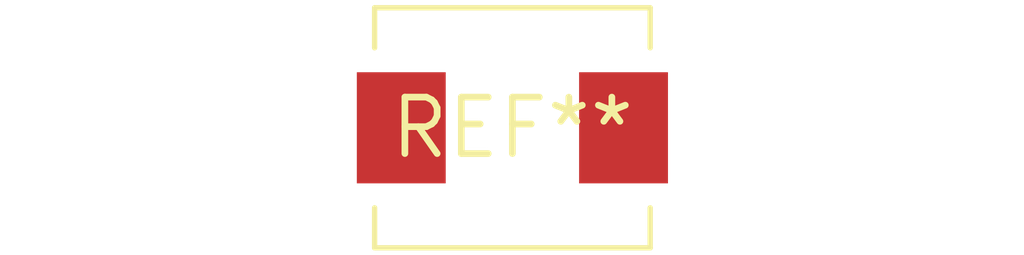
<source format=kicad_pcb>
(kicad_pcb (version 20240108) (generator pcbnew)
  (layers (0 "F.Cu" signal) (31 "B.Cu" signal) (34 "B.Paste" user) (35 "F.Paste" user) (36 "B.SilkS" user "B.Silkscreen") (37 "F.SilkS" user "F.Silkscreen") (38 "B.Mask" user) (39 "F.Mask" user) (44 "Edge.Cuts" user))
  (net 0 "")
  (footprint "L_Neosid_SM-PIC0512H" (layer "F.Cu") (at 0 0)
    (property "Reference" "REF**")
    (property "Value" "L_Neosid_SM-PIC0512H")
    (fp_line (start -3.1 -2.7) (end -3.1 -1.8) (layer "F.SilkS") (stroke (width 0.12)))
    (fp_line (start -3.1 2.7) (end -3.1 1.8) (layer "F.SilkS") (stroke (width 0.12)))
    (fp_line (start 3.1 -2.7) (end -3.1 -2.7) (layer "F.SilkS") (stroke (width 0.12)))
    (fp_line (start 3.1 -2.7) (end 3.1 -1.8) (layer "F.SilkS") (stroke (width 0.12)))
    (fp_line (start 3.1 1.8) (end 3.1 2.7) (layer "F.SilkS") (stroke (width 0.12)))
    (fp_line (start 3.1 2.7) (end -3.1 2.7) (layer "F.SilkS") (stroke (width 0.12)))
    (pad "1" smd rect (at -2.5 0 180) (size 2 2.5) (layers "F.Cu" "F.Paste" "F.Mask"))
    (pad "2" smd rect (at 2.5 0 180) (size 2 2.5) (layers "F.Cu" "F.Paste" "F.Mask"))
  )
)
</source>
